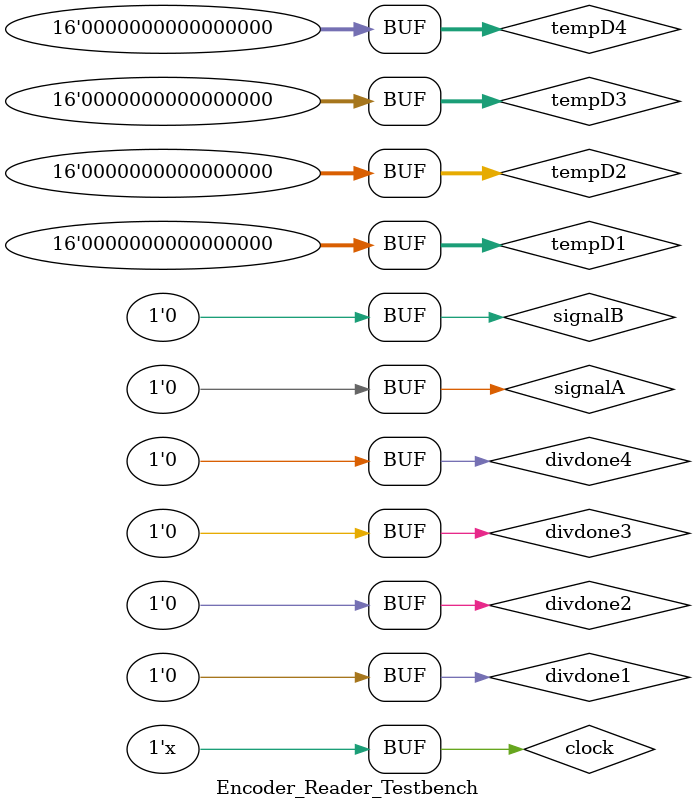
<source format=v>
`timescale 1ns / 1ps


module Encoder_Reader_Testbench(

    );
    
    
    reg signalA,signalB;
    reg clock;
    wire [15:0] tic_count;
    wire [4:0] D1,D2,D3,D4;
    reg divdone1,divdone2,divdone3,divdone4;
    reg [15:0] tempD1,tempD2,tempD3,tempD4;
    
Encoder_Reader UUT (signalA,signalB,clock,tic_count,D1,D2,D3,D4,divdone1,divdone2,divdone3,divdone4,tempD1,tempD2,tempD3,tempD4);

    initial 
    begin
    clock = 0;
    signalA = 0;
    signalB = 0;
    divdone1 = 0;
    divdone2 = 0;
    divdone3 = 0;
    divdone4 = 0;
    tempD1 = 0;
    tempD2 = 0;
    tempD3 = 0;
    tempD4 = 0;
    #10;
    signalB = 1;
    #2;
    signalB = 0;
    #2;
    signalA = 1;
    #2;
    signalA = 0;
    #2;
    signalA = 1;
    #2;
    signalB = 1;
    #2
    signalA = 0;
    #2;
    signalB = 0;
    #2;
    signalB = 1;
    #2;
    signalA = 1;
    #2;
    signalB = 0;
    #2;
    signalA = 0;
    end
   
    
    always begin
    #1 clock = ~clock;
    end
endmodule

</source>
